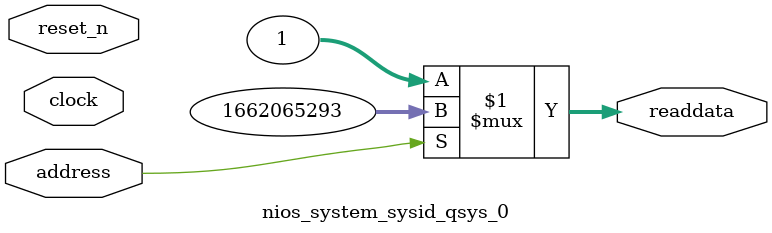
<source format=v>



// synthesis translate_off
`timescale 1ns / 1ps
// synthesis translate_on

// turn off superfluous verilog processor warnings 
// altera message_level Level1 
// altera message_off 10034 10035 10036 10037 10230 10240 10030 

module nios_system_sysid_qsys_0 (
               // inputs:
                address,
                clock,
                reset_n,

               // outputs:
                readdata
             )
;

  output  [ 31: 0] readdata;
  input            address;
  input            clock;
  input            reset_n;

  wire    [ 31: 0] readdata;
  //control_slave, which is an e_avalon_slave
  assign readdata = address ? 1662065293 : 1;

endmodule



</source>
